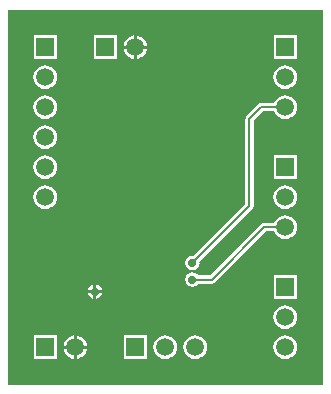
<source format=gbl>
G04*
G04 #@! TF.GenerationSoftware,Altium Limited,Altium Designer,20.1.11 (218)*
G04*
G04 Layer_Physical_Order=2*
G04 Layer_Color=16711680*
%FSLAX25Y25*%
%MOIN*%
G70*
G04*
G04 #@! TF.SameCoordinates,C0BC10C8-0731-4CBC-98FA-3322C1096404*
G04*
G04*
G04 #@! TF.FilePolarity,Positive*
G04*
G01*
G75*
%ADD13C,0.00700*%
%ADD29R,0.05906X0.05906*%
%ADD30C,0.05906*%
%ADD31R,0.05906X0.05906*%
%ADD32C,0.02756*%
G36*
X242500Y97500D02*
X137500D01*
Y222500D01*
X242500D01*
Y97500D01*
D02*
G37*
%LPC*%
G36*
X180500Y213921D02*
Y210500D01*
X183921D01*
X183851Y211032D01*
X183453Y211993D01*
X182819Y212819D01*
X181993Y213453D01*
X181032Y213851D01*
X180500Y213921D01*
D02*
G37*
G36*
X179500D02*
X178968Y213851D01*
X178007Y213453D01*
X177181Y212819D01*
X176547Y211993D01*
X176149Y211032D01*
X176079Y210500D01*
X179500D01*
Y213921D01*
D02*
G37*
G36*
X183921Y209500D02*
X180500D01*
Y206079D01*
X181032Y206149D01*
X181993Y206547D01*
X182819Y207181D01*
X183453Y208007D01*
X183851Y208968D01*
X183921Y209500D01*
D02*
G37*
G36*
X179500D02*
X176079D01*
X176149Y208968D01*
X176547Y208007D01*
X177181Y207181D01*
X178007Y206547D01*
X178968Y206149D01*
X179500Y206079D01*
Y209500D01*
D02*
G37*
G36*
X233953Y213953D02*
X226047D01*
Y206047D01*
X233953D01*
Y213953D01*
D02*
G37*
G36*
X173953D02*
X166047D01*
Y206047D01*
X173953D01*
Y213953D01*
D02*
G37*
G36*
X153953D02*
X146047D01*
Y206047D01*
X153953D01*
Y213953D01*
D02*
G37*
G36*
X230000Y203987D02*
X228968Y203851D01*
X228007Y203453D01*
X227181Y202819D01*
X226547Y201993D01*
X226149Y201032D01*
X226013Y200000D01*
X226149Y198968D01*
X226547Y198007D01*
X227181Y197181D01*
X228007Y196547D01*
X228968Y196149D01*
X230000Y196013D01*
X231032Y196149D01*
X231993Y196547D01*
X232819Y197181D01*
X233453Y198007D01*
X233851Y198968D01*
X233987Y200000D01*
X233851Y201032D01*
X233453Y201993D01*
X232819Y202819D01*
X231993Y203453D01*
X231032Y203851D01*
X230000Y203987D01*
D02*
G37*
G36*
X150000D02*
X148968Y203851D01*
X148007Y203453D01*
X147181Y202819D01*
X146547Y201993D01*
X146149Y201032D01*
X146013Y200000D01*
X146149Y198968D01*
X146547Y198007D01*
X147181Y197181D01*
X148007Y196547D01*
X148968Y196149D01*
X150000Y196013D01*
X151032Y196149D01*
X151993Y196547D01*
X152819Y197181D01*
X153453Y198007D01*
X153851Y198968D01*
X153987Y200000D01*
X153851Y201032D01*
X153453Y201993D01*
X152819Y202819D01*
X151993Y203453D01*
X151032Y203851D01*
X150000Y203987D01*
D02*
G37*
G36*
X230000Y193987D02*
X228968Y193851D01*
X228007Y193453D01*
X227181Y192819D01*
X226547Y191993D01*
X226292Y191376D01*
X222000D01*
X221473Y191272D01*
X221027Y190973D01*
X221027Y190973D01*
X217027Y186973D01*
X216728Y186527D01*
X216623Y186000D01*
Y157570D01*
X199399Y140345D01*
X199000Y140425D01*
X198072Y140240D01*
X197286Y139714D01*
X196760Y138928D01*
X196575Y138000D01*
X196760Y137072D01*
X197286Y136286D01*
X198072Y135760D01*
X199000Y135575D01*
X199928Y135760D01*
X200714Y136286D01*
X201240Y137072D01*
X201425Y138000D01*
X201345Y138399D01*
X218973Y156027D01*
X219272Y156473D01*
X219376Y157000D01*
X219376Y157000D01*
Y185430D01*
X222570Y188624D01*
X226292D01*
X226547Y188007D01*
X227181Y187181D01*
X228007Y186547D01*
X228968Y186149D01*
X230000Y186013D01*
X231032Y186149D01*
X231993Y186547D01*
X232819Y187181D01*
X233453Y188007D01*
X233851Y188968D01*
X233987Y190000D01*
X233851Y191032D01*
X233453Y191993D01*
X232819Y192819D01*
X231993Y193453D01*
X231032Y193851D01*
X230000Y193987D01*
D02*
G37*
G36*
X150000D02*
X148968Y193851D01*
X148007Y193453D01*
X147181Y192819D01*
X146547Y191993D01*
X146149Y191032D01*
X146013Y190000D01*
X146149Y188968D01*
X146547Y188007D01*
X147181Y187181D01*
X148007Y186547D01*
X148968Y186149D01*
X150000Y186013D01*
X151032Y186149D01*
X151993Y186547D01*
X152819Y187181D01*
X153453Y188007D01*
X153851Y188968D01*
X153987Y190000D01*
X153851Y191032D01*
X153453Y191993D01*
X152819Y192819D01*
X151993Y193453D01*
X151032Y193851D01*
X150000Y193987D01*
D02*
G37*
G36*
Y183987D02*
X148968Y183851D01*
X148007Y183453D01*
X147181Y182819D01*
X146547Y181993D01*
X146149Y181032D01*
X146013Y180000D01*
X146149Y178968D01*
X146547Y178007D01*
X147181Y177181D01*
X148007Y176547D01*
X148968Y176149D01*
X150000Y176013D01*
X151032Y176149D01*
X151993Y176547D01*
X152819Y177181D01*
X153453Y178007D01*
X153851Y178968D01*
X153987Y180000D01*
X153851Y181032D01*
X153453Y181993D01*
X152819Y182819D01*
X151993Y183453D01*
X151032Y183851D01*
X150000Y183987D01*
D02*
G37*
G36*
X233953Y173953D02*
X226047D01*
Y166047D01*
X233953D01*
Y173953D01*
D02*
G37*
G36*
X150000Y173987D02*
X148968Y173851D01*
X148007Y173453D01*
X147181Y172819D01*
X146547Y171993D01*
X146149Y171032D01*
X146013Y170000D01*
X146149Y168968D01*
X146547Y168007D01*
X147181Y167181D01*
X148007Y166547D01*
X148968Y166149D01*
X150000Y166013D01*
X151032Y166149D01*
X151993Y166547D01*
X152819Y167181D01*
X153453Y168007D01*
X153851Y168968D01*
X153987Y170000D01*
X153851Y171032D01*
X153453Y171993D01*
X152819Y172819D01*
X151993Y173453D01*
X151032Y173851D01*
X150000Y173987D01*
D02*
G37*
G36*
X230000Y163987D02*
X228968Y163851D01*
X228007Y163453D01*
X227181Y162819D01*
X226547Y161993D01*
X226149Y161032D01*
X226013Y160000D01*
X226149Y158968D01*
X226547Y158007D01*
X227181Y157181D01*
X228007Y156547D01*
X228968Y156149D01*
X230000Y156013D01*
X231032Y156149D01*
X231993Y156547D01*
X232819Y157181D01*
X233453Y158007D01*
X233851Y158968D01*
X233987Y160000D01*
X233851Y161032D01*
X233453Y161993D01*
X232819Y162819D01*
X231993Y163453D01*
X231032Y163851D01*
X230000Y163987D01*
D02*
G37*
G36*
X150000D02*
X148968Y163851D01*
X148007Y163453D01*
X147181Y162819D01*
X146547Y161993D01*
X146149Y161032D01*
X146013Y160000D01*
X146149Y158968D01*
X146547Y158007D01*
X147181Y157181D01*
X148007Y156547D01*
X148968Y156149D01*
X150000Y156013D01*
X151032Y156149D01*
X151993Y156547D01*
X152819Y157181D01*
X153453Y158007D01*
X153851Y158968D01*
X153987Y160000D01*
X153851Y161032D01*
X153453Y161993D01*
X152819Y162819D01*
X151993Y163453D01*
X151032Y163851D01*
X150000Y163987D01*
D02*
G37*
G36*
X230000Y153987D02*
X228968Y153851D01*
X228007Y153453D01*
X227181Y152819D01*
X226547Y151993D01*
X226292Y151376D01*
X223000D01*
X223000Y151376D01*
X222473Y151272D01*
X222027Y150973D01*
X204930Y133876D01*
X200940D01*
X200714Y134214D01*
X199928Y134740D01*
X199000Y134924D01*
X198072Y134740D01*
X197286Y134214D01*
X196760Y133428D01*
X196575Y132500D01*
X196760Y131572D01*
X197286Y130786D01*
X198072Y130260D01*
X199000Y130076D01*
X199928Y130260D01*
X200714Y130786D01*
X200940Y131124D01*
X205500D01*
X206027Y131228D01*
X206473Y131527D01*
X223570Y148624D01*
X226292D01*
X226547Y148007D01*
X227181Y147181D01*
X228007Y146547D01*
X228968Y146149D01*
X230000Y146013D01*
X231032Y146149D01*
X231993Y146547D01*
X232819Y147181D01*
X233453Y148007D01*
X233851Y148968D01*
X233987Y150000D01*
X233851Y151032D01*
X233453Y151993D01*
X232819Y152819D01*
X231993Y153453D01*
X231032Y153851D01*
X230000Y153987D01*
D02*
G37*
G36*
X167000Y130825D02*
Y129000D01*
X168825D01*
X168740Y129428D01*
X168214Y130214D01*
X167428Y130740D01*
X167000Y130825D01*
D02*
G37*
G36*
X166000D02*
X165572Y130740D01*
X164786Y130214D01*
X164260Y129428D01*
X164175Y129000D01*
X166000D01*
Y130825D01*
D02*
G37*
G36*
X168825Y128000D02*
X167000D01*
Y126175D01*
X167428Y126260D01*
X168214Y126786D01*
X168740Y127572D01*
X168825Y128000D01*
D02*
G37*
G36*
X166000D02*
X164175D01*
X164260Y127572D01*
X164786Y126786D01*
X165572Y126260D01*
X166000Y126175D01*
Y128000D01*
D02*
G37*
G36*
X233953Y133953D02*
X226047D01*
Y126047D01*
X233953D01*
Y133953D01*
D02*
G37*
G36*
X230000Y123987D02*
X228968Y123851D01*
X228007Y123453D01*
X227181Y122819D01*
X226547Y121993D01*
X226149Y121032D01*
X226013Y120000D01*
X226149Y118968D01*
X226547Y118007D01*
X227181Y117181D01*
X228007Y116547D01*
X228968Y116149D01*
X230000Y116013D01*
X231032Y116149D01*
X231993Y116547D01*
X232819Y117181D01*
X233453Y118007D01*
X233851Y118968D01*
X233987Y120000D01*
X233851Y121032D01*
X233453Y121993D01*
X232819Y122819D01*
X231993Y123453D01*
X231032Y123851D01*
X230000Y123987D01*
D02*
G37*
G36*
X160500Y113921D02*
Y110500D01*
X163921D01*
X163851Y111032D01*
X163453Y111993D01*
X162819Y112819D01*
X161993Y113453D01*
X161032Y113851D01*
X160500Y113921D01*
D02*
G37*
G36*
X159500D02*
X158968Y113851D01*
X158007Y113453D01*
X157181Y112819D01*
X156547Y111993D01*
X156149Y111032D01*
X156079Y110500D01*
X159500D01*
Y113921D01*
D02*
G37*
G36*
X163921Y109500D02*
X160500D01*
Y106079D01*
X161032Y106149D01*
X161993Y106547D01*
X162819Y107181D01*
X163453Y108007D01*
X163851Y108968D01*
X163921Y109500D01*
D02*
G37*
G36*
X159500D02*
X156079D01*
X156149Y108968D01*
X156547Y108007D01*
X157181Y107181D01*
X158007Y106547D01*
X158968Y106149D01*
X159500Y106079D01*
Y109500D01*
D02*
G37*
G36*
X183953Y113953D02*
X176047D01*
Y106047D01*
X183953D01*
Y113953D01*
D02*
G37*
G36*
X153953D02*
X146047D01*
Y106047D01*
X153953D01*
Y113953D01*
D02*
G37*
G36*
X230000Y113987D02*
X228968Y113851D01*
X228007Y113453D01*
X227181Y112819D01*
X226547Y111993D01*
X226149Y111032D01*
X226013Y110000D01*
X226149Y108968D01*
X226547Y108007D01*
X227181Y107181D01*
X228007Y106547D01*
X228968Y106149D01*
X230000Y106013D01*
X231032Y106149D01*
X231993Y106547D01*
X232819Y107181D01*
X233453Y108007D01*
X233851Y108968D01*
X233987Y110000D01*
X233851Y111032D01*
X233453Y111993D01*
X232819Y112819D01*
X231993Y113453D01*
X231032Y113851D01*
X230000Y113987D01*
D02*
G37*
G36*
X200000D02*
X198968Y113851D01*
X198007Y113453D01*
X197181Y112819D01*
X196547Y111993D01*
X196149Y111032D01*
X196013Y110000D01*
X196149Y108968D01*
X196547Y108007D01*
X197181Y107181D01*
X198007Y106547D01*
X198968Y106149D01*
X200000Y106013D01*
X201032Y106149D01*
X201993Y106547D01*
X202819Y107181D01*
X203453Y108007D01*
X203851Y108968D01*
X203987Y110000D01*
X203851Y111032D01*
X203453Y111993D01*
X202819Y112819D01*
X201993Y113453D01*
X201032Y113851D01*
X200000Y113987D01*
D02*
G37*
G36*
X190000D02*
X188968Y113851D01*
X188007Y113453D01*
X187181Y112819D01*
X186547Y111993D01*
X186149Y111032D01*
X186013Y110000D01*
X186149Y108968D01*
X186547Y108007D01*
X187181Y107181D01*
X188007Y106547D01*
X188968Y106149D01*
X190000Y106013D01*
X191032Y106149D01*
X191993Y106547D01*
X192819Y107181D01*
X193453Y108007D01*
X193851Y108968D01*
X193987Y110000D01*
X193851Y111032D01*
X193453Y111993D01*
X192819Y112819D01*
X191993Y113453D01*
X191032Y113851D01*
X190000Y113987D01*
D02*
G37*
%LPD*%
D13*
X223000Y150000D02*
X230000D01*
X205500Y132500D02*
X223000Y150000D01*
X199000Y132500D02*
X205500D01*
X222000Y190000D02*
X230000D01*
X218000Y186000D02*
X222000Y190000D01*
X218000Y157000D02*
Y186000D01*
X199000Y138000D02*
X218000Y157000D01*
D29*
X150000Y110000D02*
D03*
X170000Y210000D02*
D03*
X180000Y110000D02*
D03*
D30*
X160000D02*
D03*
X180000Y210000D02*
D03*
X230000Y190000D02*
D03*
Y200000D02*
D03*
X150000Y160000D02*
D03*
Y170000D02*
D03*
Y180000D02*
D03*
Y190000D02*
D03*
Y200000D02*
D03*
X230000Y150000D02*
D03*
Y160000D02*
D03*
Y110000D02*
D03*
Y120000D02*
D03*
X200000Y110000D02*
D03*
X190000D02*
D03*
D31*
X230000Y210000D02*
D03*
X150000D02*
D03*
X230000Y170000D02*
D03*
Y130000D02*
D03*
D32*
X166500Y128500D02*
D03*
X199000Y132500D02*
D03*
Y138000D02*
D03*
M02*

</source>
